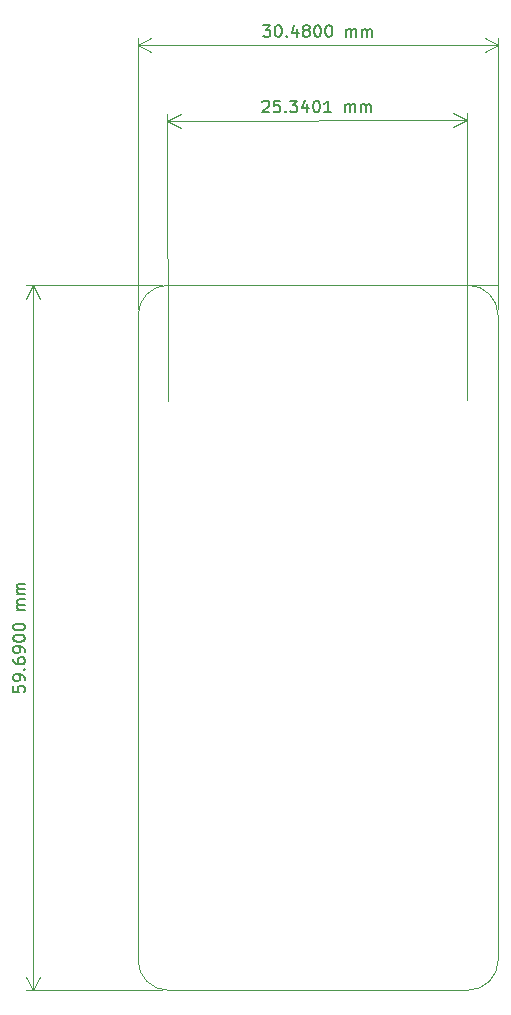
<source format=gbr>
%TF.GenerationSoftware,KiCad,Pcbnew,(6.0.7)*%
%TF.CreationDate,2023-01-13T16:37:57+02:00*%
%TF.ProjectId,Design,44657369-676e-42e6-9b69-6361645f7063,rev?*%
%TF.SameCoordinates,Original*%
%TF.FileFunction,Profile,NP*%
%FSLAX46Y46*%
G04 Gerber Fmt 4.6, Leading zero omitted, Abs format (unit mm)*
G04 Created by KiCad (PCBNEW (6.0.7)) date 2023-01-13 16:37:57*
%MOMM*%
%LPD*%
G01*
G04 APERTURE LIST*
%TA.AperFunction,Profile*%
%ADD10C,0.100000*%
%TD*%
%ADD11C,0.150000*%
G04 APERTURE END LIST*
D10*
X74930000Y-48260000D02*
G75*
G03*
X72390000Y-50800000I0J-2540000D01*
G01*
X102870000Y-50800000D02*
G75*
G03*
X100330000Y-48260000I-2540000J0D01*
G01*
X100330000Y-107950000D02*
G75*
G03*
X102870000Y-105410000I0J2540000D01*
G01*
X74930000Y-48260000D02*
X102870000Y-48260000D01*
X72390000Y-105410000D02*
X72390000Y-50800000D01*
X72390000Y-105410000D02*
G75*
G03*
X74930000Y-107950000I2540000J0D01*
G01*
X102870000Y-50800000D02*
X102870000Y-105410000D01*
X100330000Y-107950000D02*
X74930000Y-107950000D01*
D11*
X82963333Y-26242380D02*
X83582380Y-26242380D01*
X83249047Y-26623333D01*
X83391904Y-26623333D01*
X83487142Y-26670952D01*
X83534761Y-26718571D01*
X83582380Y-26813809D01*
X83582380Y-27051904D01*
X83534761Y-27147142D01*
X83487142Y-27194761D01*
X83391904Y-27242380D01*
X83106190Y-27242380D01*
X83010952Y-27194761D01*
X82963333Y-27147142D01*
X84201428Y-26242380D02*
X84296666Y-26242380D01*
X84391904Y-26290000D01*
X84439523Y-26337619D01*
X84487142Y-26432857D01*
X84534761Y-26623333D01*
X84534761Y-26861428D01*
X84487142Y-27051904D01*
X84439523Y-27147142D01*
X84391904Y-27194761D01*
X84296666Y-27242380D01*
X84201428Y-27242380D01*
X84106190Y-27194761D01*
X84058571Y-27147142D01*
X84010952Y-27051904D01*
X83963333Y-26861428D01*
X83963333Y-26623333D01*
X84010952Y-26432857D01*
X84058571Y-26337619D01*
X84106190Y-26290000D01*
X84201428Y-26242380D01*
X84963333Y-27147142D02*
X85010952Y-27194761D01*
X84963333Y-27242380D01*
X84915714Y-27194761D01*
X84963333Y-27147142D01*
X84963333Y-27242380D01*
X85868095Y-26575714D02*
X85868095Y-27242380D01*
X85630000Y-26194761D02*
X85391904Y-26909047D01*
X86010952Y-26909047D01*
X86534761Y-26670952D02*
X86439523Y-26623333D01*
X86391904Y-26575714D01*
X86344285Y-26480476D01*
X86344285Y-26432857D01*
X86391904Y-26337619D01*
X86439523Y-26290000D01*
X86534761Y-26242380D01*
X86725238Y-26242380D01*
X86820476Y-26290000D01*
X86868095Y-26337619D01*
X86915714Y-26432857D01*
X86915714Y-26480476D01*
X86868095Y-26575714D01*
X86820476Y-26623333D01*
X86725238Y-26670952D01*
X86534761Y-26670952D01*
X86439523Y-26718571D01*
X86391904Y-26766190D01*
X86344285Y-26861428D01*
X86344285Y-27051904D01*
X86391904Y-27147142D01*
X86439523Y-27194761D01*
X86534761Y-27242380D01*
X86725238Y-27242380D01*
X86820476Y-27194761D01*
X86868095Y-27147142D01*
X86915714Y-27051904D01*
X86915714Y-26861428D01*
X86868095Y-26766190D01*
X86820476Y-26718571D01*
X86725238Y-26670952D01*
X87534761Y-26242380D02*
X87630000Y-26242380D01*
X87725238Y-26290000D01*
X87772857Y-26337619D01*
X87820476Y-26432857D01*
X87868095Y-26623333D01*
X87868095Y-26861428D01*
X87820476Y-27051904D01*
X87772857Y-27147142D01*
X87725238Y-27194761D01*
X87630000Y-27242380D01*
X87534761Y-27242380D01*
X87439523Y-27194761D01*
X87391904Y-27147142D01*
X87344285Y-27051904D01*
X87296666Y-26861428D01*
X87296666Y-26623333D01*
X87344285Y-26432857D01*
X87391904Y-26337619D01*
X87439523Y-26290000D01*
X87534761Y-26242380D01*
X88487142Y-26242380D02*
X88582380Y-26242380D01*
X88677619Y-26290000D01*
X88725238Y-26337619D01*
X88772857Y-26432857D01*
X88820476Y-26623333D01*
X88820476Y-26861428D01*
X88772857Y-27051904D01*
X88725238Y-27147142D01*
X88677619Y-27194761D01*
X88582380Y-27242380D01*
X88487142Y-27242380D01*
X88391904Y-27194761D01*
X88344285Y-27147142D01*
X88296666Y-27051904D01*
X88249047Y-26861428D01*
X88249047Y-26623333D01*
X88296666Y-26432857D01*
X88344285Y-26337619D01*
X88391904Y-26290000D01*
X88487142Y-26242380D01*
X90010952Y-27242380D02*
X90010952Y-26575714D01*
X90010952Y-26670952D02*
X90058571Y-26623333D01*
X90153809Y-26575714D01*
X90296666Y-26575714D01*
X90391904Y-26623333D01*
X90439523Y-26718571D01*
X90439523Y-27242380D01*
X90439523Y-26718571D02*
X90487142Y-26623333D01*
X90582380Y-26575714D01*
X90725238Y-26575714D01*
X90820476Y-26623333D01*
X90868095Y-26718571D01*
X90868095Y-27242380D01*
X91344285Y-27242380D02*
X91344285Y-26575714D01*
X91344285Y-26670952D02*
X91391904Y-26623333D01*
X91487142Y-26575714D01*
X91630000Y-26575714D01*
X91725238Y-26623333D01*
X91772857Y-26718571D01*
X91772857Y-27242380D01*
X91772857Y-26718571D02*
X91820476Y-26623333D01*
X91915714Y-26575714D01*
X92058571Y-26575714D01*
X92153809Y-26623333D01*
X92201428Y-26718571D01*
X92201428Y-27242380D01*
D10*
X102870000Y-50300000D02*
X102870000Y-27353580D01*
X72390000Y-50300000D02*
X72390000Y-27353580D01*
X102870000Y-27940000D02*
X72390000Y-27940000D01*
X102870000Y-27940000D02*
X72390000Y-27940000D01*
X102870000Y-27940000D02*
X101743496Y-27353579D01*
X102870000Y-27940000D02*
X101743496Y-28526421D01*
X72390000Y-27940000D02*
X73516504Y-28526421D01*
X72390000Y-27940000D02*
X73516504Y-27353579D01*
D11*
X82919929Y-32728560D02*
X82967435Y-32680828D01*
X83062560Y-32632984D01*
X83300654Y-32632420D01*
X83396005Y-32679813D01*
X83443737Y-32727319D01*
X83491581Y-32822445D01*
X83491807Y-32917682D01*
X83444526Y-33060652D01*
X82874452Y-33633432D01*
X83493498Y-33631966D01*
X84395890Y-32629827D02*
X83919700Y-32630954D01*
X83873209Y-33107256D01*
X83920715Y-33059524D01*
X84015840Y-33011680D01*
X84253935Y-33011116D01*
X84349285Y-33058510D01*
X84397017Y-33106016D01*
X84444861Y-33201141D01*
X84445425Y-33439235D01*
X84398032Y-33534586D01*
X84350526Y-33582318D01*
X84255401Y-33630162D01*
X84017306Y-33630726D01*
X83921955Y-33583332D01*
X83874224Y-33535826D01*
X84874221Y-33533458D02*
X84921953Y-33580965D01*
X84874446Y-33628696D01*
X84826715Y-33581190D01*
X84874221Y-33533458D01*
X84874446Y-33628696D01*
X85253030Y-32627797D02*
X85872076Y-32626331D01*
X85539645Y-33008072D01*
X85682502Y-33007734D01*
X85777853Y-33055127D01*
X85825584Y-33102633D01*
X85873429Y-33197758D01*
X85873993Y-33435853D01*
X85826599Y-33531203D01*
X85779093Y-33578935D01*
X85683968Y-33626780D01*
X85398255Y-33627456D01*
X85302904Y-33580063D01*
X85255172Y-33532556D01*
X86730006Y-32957634D02*
X86731584Y-33624299D01*
X86491009Y-32577247D02*
X86254606Y-33292094D01*
X86873652Y-33290628D01*
X87443500Y-32622610D02*
X87538738Y-32622385D01*
X87634088Y-32669778D01*
X87681820Y-32717285D01*
X87729665Y-32812410D01*
X87777734Y-33002773D01*
X87778298Y-33240867D01*
X87731130Y-33431456D01*
X87683737Y-33526806D01*
X87636231Y-33574538D01*
X87541106Y-33622382D01*
X87445868Y-33622608D01*
X87350517Y-33575214D01*
X87302786Y-33527708D01*
X87254941Y-33432583D01*
X87206871Y-33242220D01*
X87206307Y-33004126D01*
X87253475Y-32813537D01*
X87300869Y-32718187D01*
X87348375Y-32670455D01*
X87443500Y-32622610D01*
X88731578Y-33619563D02*
X88160152Y-33620916D01*
X88445865Y-33620240D02*
X88443497Y-32620243D01*
X88348598Y-32763325D01*
X88253585Y-32858788D01*
X88158460Y-32906633D01*
X89922051Y-33616745D02*
X89920473Y-32950080D01*
X89920698Y-33045318D02*
X89968204Y-32997586D01*
X90063330Y-32949742D01*
X90206186Y-32949403D01*
X90301537Y-32996797D01*
X90349381Y-33091922D01*
X90350622Y-33615730D01*
X90349381Y-33091922D02*
X90396775Y-32996571D01*
X90491900Y-32948727D01*
X90634757Y-32948389D01*
X90730107Y-32995782D01*
X90777952Y-33090907D01*
X90779192Y-33614715D01*
X91255381Y-33613588D02*
X91253802Y-32946923D01*
X91254028Y-33042161D02*
X91301534Y-32994429D01*
X91396659Y-32946584D01*
X91539516Y-32946246D01*
X91634866Y-32993640D01*
X91682711Y-33088765D01*
X91683951Y-33612573D01*
X91682711Y-33088765D02*
X91730104Y-32993414D01*
X91825229Y-32945570D01*
X91968086Y-32945231D01*
X92063437Y-32992625D01*
X92111281Y-33087750D01*
X92112521Y-33611558D01*
D10*
X100268816Y-57965127D02*
X100211370Y-33703581D01*
X74928816Y-58025127D02*
X74871370Y-33763581D01*
X100212758Y-34290000D02*
X74872758Y-34350000D01*
X100212758Y-34290000D02*
X74872758Y-34350000D01*
X100212758Y-34290000D02*
X99084869Y-33706248D01*
X100212758Y-34290000D02*
X99087646Y-34879086D01*
X74872758Y-34350000D02*
X76000647Y-34933752D01*
X74872758Y-34350000D02*
X75997870Y-33760914D01*
D11*
X61802380Y-82200238D02*
X61802380Y-82676428D01*
X62278571Y-82724047D01*
X62230952Y-82676428D01*
X62183333Y-82581190D01*
X62183333Y-82343095D01*
X62230952Y-82247857D01*
X62278571Y-82200238D01*
X62373809Y-82152619D01*
X62611904Y-82152619D01*
X62707142Y-82200238D01*
X62754761Y-82247857D01*
X62802380Y-82343095D01*
X62802380Y-82581190D01*
X62754761Y-82676428D01*
X62707142Y-82724047D01*
X62802380Y-81676428D02*
X62802380Y-81485952D01*
X62754761Y-81390714D01*
X62707142Y-81343095D01*
X62564285Y-81247857D01*
X62373809Y-81200238D01*
X61992857Y-81200238D01*
X61897619Y-81247857D01*
X61850000Y-81295476D01*
X61802380Y-81390714D01*
X61802380Y-81581190D01*
X61850000Y-81676428D01*
X61897619Y-81724047D01*
X61992857Y-81771666D01*
X62230952Y-81771666D01*
X62326190Y-81724047D01*
X62373809Y-81676428D01*
X62421428Y-81581190D01*
X62421428Y-81390714D01*
X62373809Y-81295476D01*
X62326190Y-81247857D01*
X62230952Y-81200238D01*
X62707142Y-80771666D02*
X62754761Y-80724047D01*
X62802380Y-80771666D01*
X62754761Y-80819285D01*
X62707142Y-80771666D01*
X62802380Y-80771666D01*
X61802380Y-79866904D02*
X61802380Y-80057380D01*
X61850000Y-80152619D01*
X61897619Y-80200238D01*
X62040476Y-80295476D01*
X62230952Y-80343095D01*
X62611904Y-80343095D01*
X62707142Y-80295476D01*
X62754761Y-80247857D01*
X62802380Y-80152619D01*
X62802380Y-79962142D01*
X62754761Y-79866904D01*
X62707142Y-79819285D01*
X62611904Y-79771666D01*
X62373809Y-79771666D01*
X62278571Y-79819285D01*
X62230952Y-79866904D01*
X62183333Y-79962142D01*
X62183333Y-80152619D01*
X62230952Y-80247857D01*
X62278571Y-80295476D01*
X62373809Y-80343095D01*
X62802380Y-79295476D02*
X62802380Y-79105000D01*
X62754761Y-79009761D01*
X62707142Y-78962142D01*
X62564285Y-78866904D01*
X62373809Y-78819285D01*
X61992857Y-78819285D01*
X61897619Y-78866904D01*
X61850000Y-78914523D01*
X61802380Y-79009761D01*
X61802380Y-79200238D01*
X61850000Y-79295476D01*
X61897619Y-79343095D01*
X61992857Y-79390714D01*
X62230952Y-79390714D01*
X62326190Y-79343095D01*
X62373809Y-79295476D01*
X62421428Y-79200238D01*
X62421428Y-79009761D01*
X62373809Y-78914523D01*
X62326190Y-78866904D01*
X62230952Y-78819285D01*
X61802380Y-78200238D02*
X61802380Y-78105000D01*
X61850000Y-78009761D01*
X61897619Y-77962142D01*
X61992857Y-77914523D01*
X62183333Y-77866904D01*
X62421428Y-77866904D01*
X62611904Y-77914523D01*
X62707142Y-77962142D01*
X62754761Y-78009761D01*
X62802380Y-78105000D01*
X62802380Y-78200238D01*
X62754761Y-78295476D01*
X62707142Y-78343095D01*
X62611904Y-78390714D01*
X62421428Y-78438333D01*
X62183333Y-78438333D01*
X61992857Y-78390714D01*
X61897619Y-78343095D01*
X61850000Y-78295476D01*
X61802380Y-78200238D01*
X61802380Y-77247857D02*
X61802380Y-77152619D01*
X61850000Y-77057380D01*
X61897619Y-77009761D01*
X61992857Y-76962142D01*
X62183333Y-76914523D01*
X62421428Y-76914523D01*
X62611904Y-76962142D01*
X62707142Y-77009761D01*
X62754761Y-77057380D01*
X62802380Y-77152619D01*
X62802380Y-77247857D01*
X62754761Y-77343095D01*
X62707142Y-77390714D01*
X62611904Y-77438333D01*
X62421428Y-77485952D01*
X62183333Y-77485952D01*
X61992857Y-77438333D01*
X61897619Y-77390714D01*
X61850000Y-77343095D01*
X61802380Y-77247857D01*
X62802380Y-75724047D02*
X62135714Y-75724047D01*
X62230952Y-75724047D02*
X62183333Y-75676428D01*
X62135714Y-75581190D01*
X62135714Y-75438333D01*
X62183333Y-75343095D01*
X62278571Y-75295476D01*
X62802380Y-75295476D01*
X62278571Y-75295476D02*
X62183333Y-75247857D01*
X62135714Y-75152619D01*
X62135714Y-75009761D01*
X62183333Y-74914523D01*
X62278571Y-74866904D01*
X62802380Y-74866904D01*
X62802380Y-74390714D02*
X62135714Y-74390714D01*
X62230952Y-74390714D02*
X62183333Y-74343095D01*
X62135714Y-74247857D01*
X62135714Y-74105000D01*
X62183333Y-74009761D01*
X62278571Y-73962142D01*
X62802380Y-73962142D01*
X62278571Y-73962142D02*
X62183333Y-73914523D01*
X62135714Y-73819285D01*
X62135714Y-73676428D01*
X62183333Y-73581190D01*
X62278571Y-73533571D01*
X62802380Y-73533571D01*
D10*
X74430000Y-107950000D02*
X62913580Y-107950000D01*
X74430000Y-48260000D02*
X62913580Y-48260000D01*
X63500000Y-107950000D02*
X63500000Y-48260000D01*
X63500000Y-107950000D02*
X63500000Y-48260000D01*
X63500000Y-107950000D02*
X64086421Y-106823496D01*
X63500000Y-107950000D02*
X62913579Y-106823496D01*
X63500000Y-48260000D02*
X62913579Y-49386504D01*
X63500000Y-48260000D02*
X64086421Y-49386504D01*
M02*

</source>
